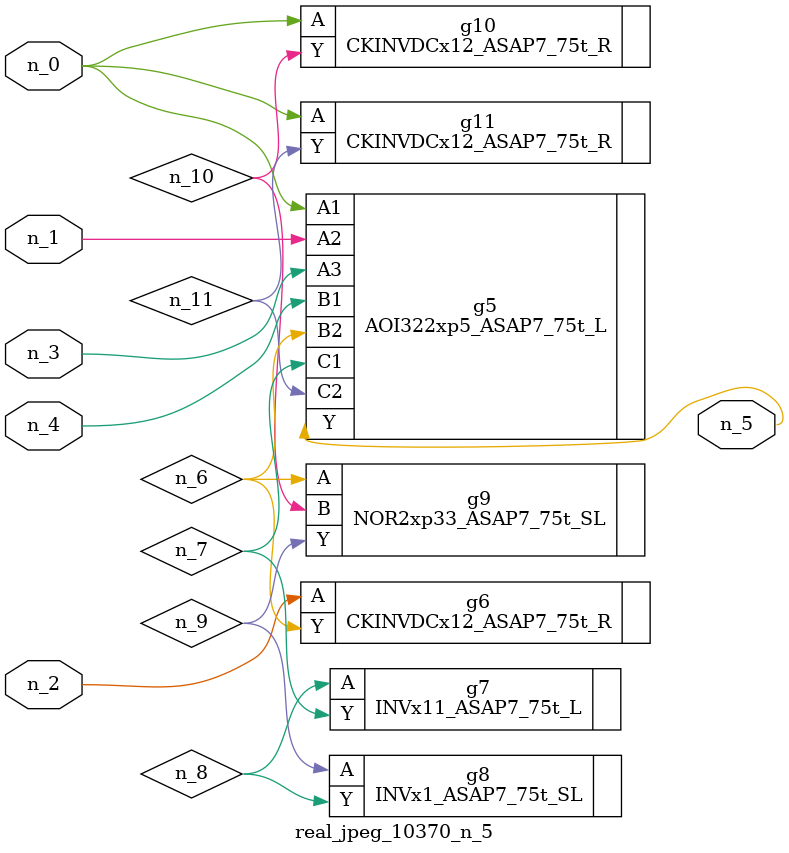
<source format=v>
module real_jpeg_10370_n_5 (n_4, n_0, n_1, n_2, n_3, n_5);

input n_4;
input n_0;
input n_1;
input n_2;
input n_3;

output n_5;

wire n_8;
wire n_11;
wire n_6;
wire n_7;
wire n_10;
wire n_9;

AOI322xp5_ASAP7_75t_L g5 ( 
.A1(n_0),
.A2(n_1),
.A3(n_3),
.B1(n_4),
.B2(n_6),
.C1(n_7),
.C2(n_11),
.Y(n_5)
);

CKINVDCx12_ASAP7_75t_R g10 ( 
.A(n_0),
.Y(n_10)
);

CKINVDCx12_ASAP7_75t_R g11 ( 
.A(n_0),
.Y(n_11)
);

CKINVDCx12_ASAP7_75t_R g6 ( 
.A(n_2),
.Y(n_6)
);

NOR2xp33_ASAP7_75t_SL g9 ( 
.A(n_6),
.B(n_10),
.Y(n_9)
);

INVx11_ASAP7_75t_L g7 ( 
.A(n_8),
.Y(n_7)
);

INVx1_ASAP7_75t_SL g8 ( 
.A(n_9),
.Y(n_8)
);


endmodule
</source>
